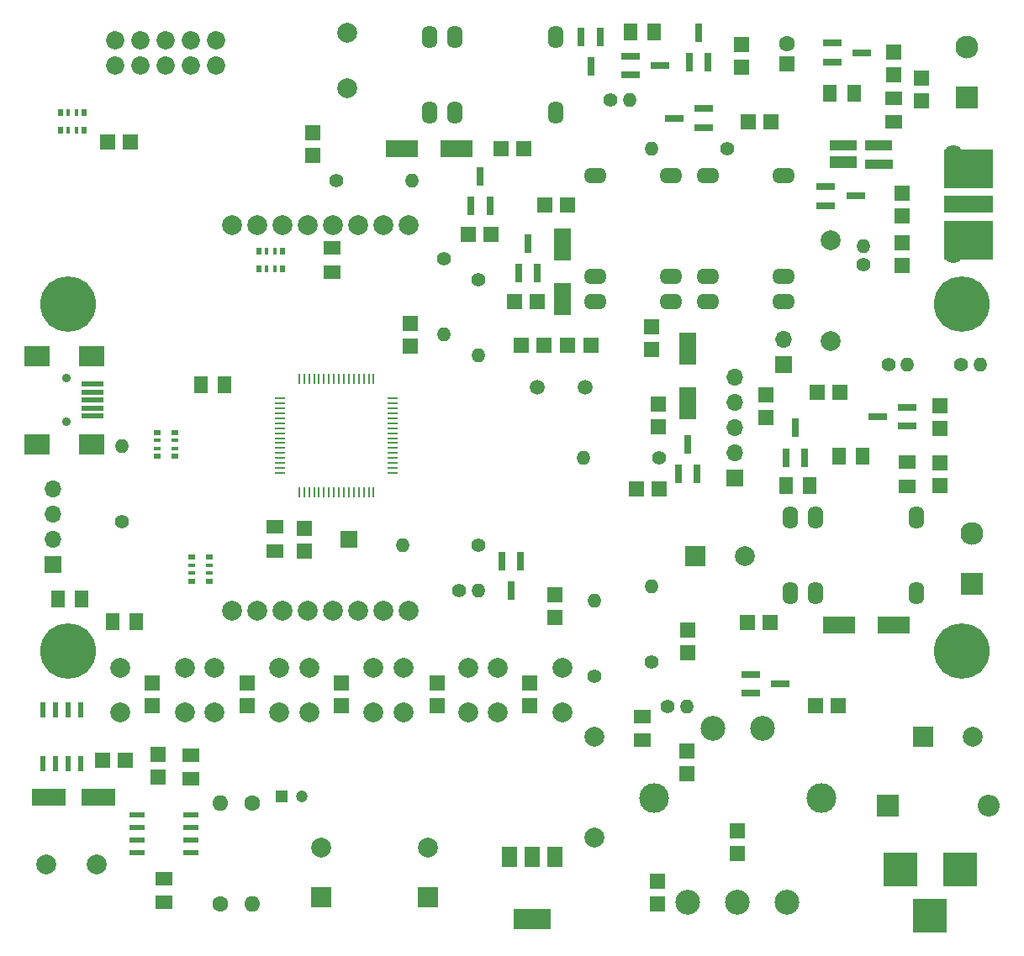
<source format=gbs>
G04 #@! TF.FileFunction,Soldermask,Bot*
%FSLAX46Y46*%
G04 Gerber Fmt 4.6, Leading zero omitted, Abs format (unit mm)*
G04 Created by KiCad (PCBNEW 4.0.7-e2-6376~58~ubuntu14.04.1) date Thu Dec 19 07:43:31 2019*
%MOMM*%
%LPD*%
G01*
G04 APERTURE LIST*
%ADD10C,0.100000*%
%ADD11C,2.000000*%
%ADD12R,1.000000X0.250000*%
%ADD13R,0.250000X1.000000*%
%ADD14R,1.600000X1.600000*%
%ADD15C,1.600000*%
%ADD16O,1.600000X1.600000*%
%ADD17R,1.700000X1.400000*%
%ADD18R,0.500000X0.800000*%
%ADD19R,0.400000X0.800000*%
%ADD20R,0.800000X0.500000*%
%ADD21R,0.800000X0.400000*%
%ADD22C,1.500000*%
%ADD23R,2.000000X2.000000*%
%ADD24R,1.200000X1.200000*%
%ADD25C,1.200000*%
%ADD26R,3.500000X1.800000*%
%ADD27C,1.998980*%
%ADD28R,1.400000X1.700000*%
%ADD29R,0.600000X1.550000*%
%ADD30R,3.800000X2.000000*%
%ADD31R,1.500000X2.000000*%
%ADD32R,1.550000X0.600000*%
%ADD33R,3.300000X1.700000*%
%ADD34R,1.900000X0.800000*%
%ADD35C,2.500000*%
%ADD36C,3.000000*%
%ADD37C,1.850000*%
%ADD38C,5.600000*%
%ADD39R,0.800000X1.900000*%
%ADD40R,2.300000X0.500000*%
%ADD41R,2.500000X2.000000*%
%ADD42C,0.900000*%
%ADD43R,1.700000X3.300000*%
%ADD44O,1.600000X2.300000*%
%ADD45O,2.300000X1.600000*%
%ADD46R,2.800000X1.200000*%
%ADD47R,2.800000X1.000000*%
%ADD48C,1.800000*%
%ADD49R,5.000000X1.800000*%
%ADD50R,5.000000X3.960000*%
%ADD51R,1.700000X1.700000*%
%ADD52O,1.700000X1.700000*%
%ADD53C,1.400000*%
%ADD54O,1.400000X1.400000*%
%ADD55R,2.300000X2.300000*%
%ADD56C,2.300000*%
%ADD57R,3.500120X3.500120*%
%ADD58R,2.200000X2.200000*%
%ADD59O,2.200000X2.200000*%
G04 APERTURE END LIST*
D10*
D11*
X94130000Y-62075000D03*
X96670000Y-62075000D03*
X91590000Y-62075000D03*
X89050000Y-62075000D03*
X86510000Y-62075000D03*
X99210000Y-62075000D03*
X101750000Y-62075000D03*
X104290000Y-62075000D03*
X86510000Y-100925000D03*
X89050000Y-100925000D03*
X91590000Y-100925000D03*
X94130000Y-100925000D03*
X96670000Y-100925000D03*
X99210000Y-100925000D03*
X101750000Y-100925000D03*
X104290000Y-100925000D03*
D12*
X102700000Y-79550000D03*
X102700000Y-80050000D03*
X102700000Y-80550000D03*
X102700000Y-81050000D03*
X102700000Y-81550000D03*
X102700000Y-82050000D03*
X102700000Y-82550000D03*
X102700000Y-83050000D03*
X102700000Y-83550000D03*
X102700000Y-84050000D03*
X102700000Y-84550000D03*
X102700000Y-85050000D03*
X102700000Y-85550000D03*
X102700000Y-86050000D03*
X102700000Y-86550000D03*
X102700000Y-87050000D03*
D13*
X100750000Y-89000000D03*
X100250000Y-89000000D03*
X99750000Y-89000000D03*
X99250000Y-89000000D03*
X98750000Y-89000000D03*
X98250000Y-89000000D03*
X97750000Y-89000000D03*
X97250000Y-89000000D03*
X96750000Y-89000000D03*
X96250000Y-89000000D03*
X95750000Y-89000000D03*
X95250000Y-89000000D03*
X94750000Y-89000000D03*
X94250000Y-89000000D03*
X93750000Y-89000000D03*
X93250000Y-89000000D03*
D12*
X91300000Y-87050000D03*
X91300000Y-86550000D03*
X91300000Y-86050000D03*
X91300000Y-85550000D03*
X91300000Y-85050000D03*
X91300000Y-84550000D03*
X91300000Y-84050000D03*
X91300000Y-83550000D03*
X91300000Y-83050000D03*
X91300000Y-82550000D03*
X91300000Y-82050000D03*
X91300000Y-81550000D03*
X91300000Y-81050000D03*
X91300000Y-80550000D03*
X91300000Y-80050000D03*
X91300000Y-79550000D03*
D13*
X93250000Y-77600000D03*
X93750000Y-77600000D03*
X94250000Y-77600000D03*
X94750000Y-77600000D03*
X95250000Y-77600000D03*
X95750000Y-77600000D03*
X96250000Y-77600000D03*
X96750000Y-77600000D03*
X97250000Y-77600000D03*
X97750000Y-77600000D03*
X98250000Y-77600000D03*
X98750000Y-77600000D03*
X99250000Y-77600000D03*
X99750000Y-77600000D03*
X100250000Y-77600000D03*
X100750000Y-77600000D03*
D14*
X147530000Y-110480000D03*
X145230000Y-110480000D03*
X132390000Y-102920000D03*
X132390000Y-105220000D03*
D15*
X88500000Y-120325000D03*
D16*
X88500000Y-130485000D03*
D17*
X82300000Y-117900000D03*
X82300000Y-115500000D03*
D18*
X89200000Y-64700000D03*
D19*
X90800000Y-64700000D03*
X90000000Y-64700000D03*
D18*
X91600000Y-64700000D03*
D19*
X90000000Y-66500000D03*
D18*
X89200000Y-66500000D03*
D19*
X90800000Y-66500000D03*
D18*
X91600000Y-66500000D03*
D20*
X82425000Y-97950000D03*
D21*
X82425000Y-96350000D03*
X82425000Y-97150000D03*
D20*
X82425000Y-95550000D03*
D21*
X84225000Y-97150000D03*
D20*
X84225000Y-97950000D03*
D21*
X84225000Y-96350000D03*
D20*
X84225000Y-95550000D03*
D18*
X69200000Y-50700000D03*
D19*
X70800000Y-50700000D03*
X70000000Y-50700000D03*
D18*
X71600000Y-50700000D03*
D19*
X70000000Y-52500000D03*
D18*
X69200000Y-52500000D03*
D19*
X70800000Y-52500000D03*
D18*
X71600000Y-52500000D03*
D22*
X117200000Y-78400000D03*
X122080000Y-78400000D03*
D14*
X117970000Y-60080000D03*
X120270000Y-60080000D03*
X117200000Y-69775000D03*
X114900000Y-69775000D03*
D23*
X133100000Y-95400000D03*
D11*
X138100000Y-95400000D03*
D14*
X118980000Y-101660000D03*
X118980000Y-99360000D03*
X75740000Y-116030000D03*
X73440000Y-116030000D03*
X117930000Y-74220000D03*
X115630000Y-74220000D03*
X76250000Y-53700000D03*
X73950000Y-53700000D03*
X122600000Y-74220000D03*
X120300000Y-74220000D03*
X93800000Y-94950000D03*
X93800000Y-92650000D03*
D24*
X91500000Y-119625000D03*
D25*
X93500000Y-119625000D03*
D14*
X79000000Y-115450000D03*
X79000000Y-117750000D03*
D26*
X73000000Y-119725000D03*
X68000000Y-119725000D03*
D27*
X122975000Y-123801260D03*
X122975000Y-113641260D03*
D17*
X90800000Y-94900000D03*
X90800000Y-92500000D03*
D28*
X85750000Y-78200000D03*
X83350000Y-78200000D03*
D15*
X85300000Y-130525000D03*
D16*
X85300000Y-120365000D03*
D17*
X79600000Y-130350000D03*
X79600000Y-127950000D03*
D29*
X71280000Y-116350000D03*
X70010000Y-116350000D03*
X68740000Y-116350000D03*
X67470000Y-116350000D03*
X67470000Y-110950000D03*
X68740000Y-110950000D03*
X70010000Y-110950000D03*
X71280000Y-110950000D03*
D30*
X116700000Y-132050000D03*
D31*
X116700000Y-125750000D03*
X119000000Y-125750000D03*
X114400000Y-125750000D03*
D32*
X76900000Y-125305000D03*
X76900000Y-124035000D03*
X76900000Y-122765000D03*
X76900000Y-121495000D03*
X82300000Y-121495000D03*
X82300000Y-122765000D03*
X82300000Y-124035000D03*
X82300000Y-125305000D03*
D14*
X157800000Y-82550000D03*
X157800000Y-80250000D03*
X157800000Y-88350000D03*
X157800000Y-86050000D03*
X145400000Y-78950000D03*
X147700000Y-78950000D03*
X129400000Y-80100000D03*
X129400000Y-82400000D03*
D33*
X153150000Y-102400000D03*
X147650000Y-102400000D03*
D28*
X146700000Y-48800000D03*
X149100000Y-48800000D03*
D17*
X96600000Y-66800000D03*
X96600000Y-64400000D03*
D34*
X138700000Y-109250000D03*
X138700000Y-107350000D03*
X141700000Y-108300000D03*
D28*
X129000000Y-42600000D03*
X126600000Y-42600000D03*
D11*
X75250000Y-111200000D03*
X75250000Y-106700000D03*
X81750000Y-111200000D03*
X81750000Y-106700000D03*
X84750000Y-111200000D03*
X84750000Y-106700000D03*
X91250000Y-111200000D03*
X91250000Y-106700000D03*
X94250000Y-111200000D03*
X94250000Y-106700000D03*
X100750000Y-111200000D03*
X100750000Y-106700000D03*
X103750000Y-111200000D03*
X103750000Y-106700000D03*
X110250000Y-111200000D03*
X110250000Y-106700000D03*
D35*
X134900000Y-112800000D03*
X132400000Y-130300000D03*
X137400000Y-130300000D03*
X142400000Y-130300000D03*
X139900000Y-112800000D03*
D36*
X145800000Y-119800000D03*
X129000000Y-119800000D03*
D14*
X129360000Y-130510000D03*
X129360000Y-128210000D03*
X137400000Y-123150000D03*
X137400000Y-125450000D03*
X132260000Y-117370000D03*
X132260000Y-115070000D03*
D37*
X74720000Y-43430000D03*
X74720000Y-45970000D03*
X77260000Y-43430000D03*
X77260000Y-45970000D03*
X79800000Y-43430000D03*
X79800000Y-45970000D03*
X82340000Y-43430000D03*
X82340000Y-45970000D03*
X84880000Y-43430000D03*
X84880000Y-45970000D03*
D27*
X67800000Y-126545000D03*
X72880000Y-126545000D03*
D38*
X160000000Y-70000000D03*
X70000000Y-70000000D03*
X70000000Y-105000000D03*
X160000000Y-105000000D03*
D14*
X78450000Y-110550000D03*
X78450000Y-108250000D03*
X88000000Y-110550000D03*
X88000000Y-108250000D03*
X97525000Y-110550000D03*
X97525000Y-108250000D03*
X107175000Y-110550000D03*
X107175000Y-108250000D03*
X116425000Y-110550000D03*
X116425000Y-108250000D03*
D11*
X113250000Y-111200000D03*
X113250000Y-106700000D03*
X119750000Y-111200000D03*
X119750000Y-106700000D03*
D39*
X113670000Y-95910000D03*
X115570000Y-95910000D03*
X114620000Y-98910000D03*
D14*
X153100000Y-46950000D03*
X153100000Y-44650000D03*
D40*
X72425000Y-81325000D03*
X72425000Y-80525000D03*
X72425000Y-79725000D03*
X72425000Y-78925000D03*
X72425000Y-78125000D03*
D41*
X72325000Y-84175000D03*
X66825000Y-84175000D03*
X72325000Y-75275000D03*
X66825000Y-75275000D03*
D42*
X69825000Y-81925000D03*
X69825000Y-77525000D03*
D20*
X78950000Y-85400000D03*
D21*
X78950000Y-83800000D03*
X78950000Y-84600000D03*
D20*
X78950000Y-83000000D03*
D21*
X80750000Y-84600000D03*
D20*
X80750000Y-85400000D03*
D21*
X80750000Y-83800000D03*
D20*
X80750000Y-83000000D03*
D14*
X138500000Y-51650000D03*
X140800000Y-51650000D03*
X138350000Y-102100000D03*
X140650000Y-102100000D03*
X140250000Y-79200000D03*
X140250000Y-81500000D03*
D17*
X153100000Y-49300000D03*
X153100000Y-51700000D03*
D14*
X115840000Y-54370000D03*
X113540000Y-54370000D03*
X112600000Y-63000000D03*
X110300000Y-63000000D03*
X127220000Y-88680000D03*
X129520000Y-88680000D03*
X128700000Y-74650000D03*
X128700000Y-72350000D03*
X154000000Y-66150000D03*
X154000000Y-63850000D03*
X154000000Y-58850000D03*
X154000000Y-61150000D03*
X137800000Y-43850000D03*
X137800000Y-46150000D03*
X155900000Y-49550000D03*
X155900000Y-47250000D03*
D43*
X119800000Y-69500000D03*
X119800000Y-64000000D03*
D33*
X103560000Y-54370000D03*
X109060000Y-54370000D03*
D43*
X132400000Y-74550000D03*
X132400000Y-80050000D03*
D34*
X146270000Y-60100000D03*
X146270000Y-58200000D03*
X149270000Y-59150000D03*
X146900000Y-45650000D03*
X146900000Y-43750000D03*
X149900000Y-44700000D03*
D44*
X119100000Y-43080000D03*
X108940000Y-43080000D03*
X119100000Y-50700000D03*
X108940000Y-50700000D03*
X106400000Y-43080000D03*
X106400000Y-50700000D03*
D45*
X123080000Y-57050000D03*
X123080000Y-67210000D03*
X130700000Y-57050000D03*
X130700000Y-67210000D03*
X123080000Y-69750000D03*
X130700000Y-69750000D03*
X134380000Y-57050000D03*
X134380000Y-67210000D03*
X142000000Y-57050000D03*
X142000000Y-67210000D03*
X134380000Y-69750000D03*
X142000000Y-69750000D03*
D44*
X155400000Y-91580000D03*
X145240000Y-91580000D03*
X155400000Y-99200000D03*
X145240000Y-99200000D03*
X142700000Y-91580000D03*
X142700000Y-99200000D03*
D27*
X98046000Y-48292000D03*
X98046000Y-42704000D03*
X146750000Y-73751260D03*
X146750000Y-63591260D03*
D39*
X117250000Y-66950000D03*
X115350000Y-66950000D03*
X116300000Y-63950000D03*
X112450000Y-60150000D03*
X110550000Y-60150000D03*
X111500000Y-57150000D03*
X133350000Y-87150000D03*
X131450000Y-87150000D03*
X132400000Y-84150000D03*
X121650000Y-43100000D03*
X123550000Y-43100000D03*
X122600000Y-46100000D03*
D34*
X126600000Y-46950000D03*
X126600000Y-45050000D03*
X129600000Y-46000000D03*
D39*
X134450000Y-45700000D03*
X132550000Y-45700000D03*
X133500000Y-42700000D03*
D46*
X148000000Y-55770000D03*
D47*
X148000000Y-54050000D03*
X151600000Y-54050000D03*
D10*
G36*
X153000000Y-56450000D02*
X150200000Y-56450000D01*
X150200000Y-55450000D01*
X153000000Y-55450000D01*
X153000000Y-56450000D01*
X153000000Y-56450000D01*
G37*
D34*
X134000000Y-50350000D03*
X134000000Y-52250000D03*
X131000000Y-51300000D03*
X154500000Y-80450000D03*
X154500000Y-82350000D03*
X151500000Y-81400000D03*
D39*
X144150000Y-85500000D03*
X142250000Y-85500000D03*
X143200000Y-82500000D03*
D28*
X150000000Y-85400000D03*
X147600000Y-85400000D03*
X142250000Y-88300000D03*
X144650000Y-88300000D03*
D14*
X142400000Y-45800000D03*
D15*
X142400000Y-43800000D03*
D48*
X159143000Y-65080000D03*
X159143000Y-54920000D03*
D49*
X160650000Y-60000000D03*
D50*
X160650000Y-56380000D03*
X160650000Y-63620000D03*
D48*
X159143000Y-62540000D03*
X159143000Y-57460000D03*
X159143000Y-60000000D03*
D17*
X154500000Y-86000000D03*
X154500000Y-88400000D03*
D51*
X142000000Y-76150000D03*
D52*
X142000000Y-73610000D03*
D53*
X124600000Y-49440000D03*
D54*
X126500000Y-49440000D03*
D55*
X160500000Y-49230000D03*
D56*
X160500000Y-44160000D03*
D55*
X161000000Y-98230000D03*
D56*
X161000000Y-93160000D03*
D53*
X159900000Y-76100000D03*
D54*
X161800000Y-76100000D03*
D53*
X150100000Y-66100000D03*
D54*
X150100000Y-64200000D03*
D53*
X152600000Y-76100000D03*
D54*
X154500000Y-76100000D03*
D57*
X153799860Y-127000000D03*
X159799340Y-127000000D03*
X156799600Y-131699000D03*
D53*
X136350000Y-54400000D03*
D54*
X128730000Y-54400000D03*
D51*
X68475000Y-96325000D03*
D52*
X68475000Y-93785000D03*
X68475000Y-91245000D03*
X68475000Y-88705000D03*
D51*
X137150000Y-87600000D03*
D52*
X137150000Y-85060000D03*
X137150000Y-82520000D03*
X137150000Y-79980000D03*
X137150000Y-77440000D03*
D28*
X76870000Y-102070000D03*
X74470000Y-102070000D03*
X71320000Y-99750000D03*
X68920000Y-99750000D03*
D53*
X109380000Y-98900000D03*
D54*
X111280000Y-98900000D03*
D53*
X130360000Y-110570000D03*
D54*
X132260000Y-110570000D03*
D53*
X128700000Y-106080000D03*
D54*
X128700000Y-98460000D03*
D53*
X123000000Y-107570000D03*
D54*
X123000000Y-99950000D03*
D17*
X127800000Y-111610000D03*
X127800000Y-114010000D03*
D53*
X111310000Y-67610000D03*
D54*
X111310000Y-75230000D03*
D53*
X107840000Y-65510000D03*
D54*
X107840000Y-73130000D03*
D14*
X94590000Y-55080000D03*
X94590000Y-52780000D03*
D53*
X96950000Y-57630000D03*
D54*
X104570000Y-57630000D03*
D53*
X129510000Y-85500000D03*
D54*
X121890000Y-85500000D03*
D53*
X75438000Y-91948000D03*
D54*
X75438000Y-84328000D03*
D23*
X95500000Y-129825000D03*
D11*
X95500000Y-124825000D03*
D23*
X156060000Y-113650000D03*
D11*
X161060000Y-113650000D03*
D23*
X106200000Y-129825000D03*
D11*
X106200000Y-124825000D03*
D14*
X104440000Y-71990000D03*
X104440000Y-74290000D03*
D51*
X98250000Y-93740000D03*
D53*
X111280000Y-94380000D03*
D54*
X103660000Y-94380000D03*
D58*
X152520000Y-120590000D03*
D59*
X162680000Y-120590000D03*
M02*

</source>
